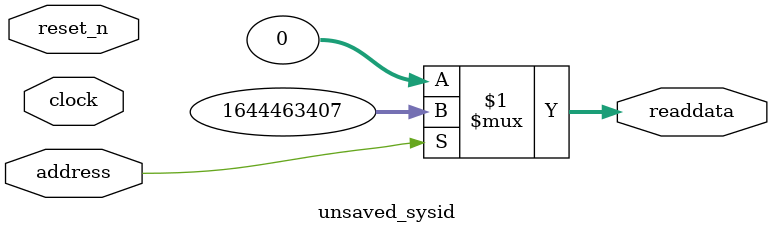
<source format=v>



// synthesis translate_off
`timescale 1ns / 1ps
// synthesis translate_on

// turn off superfluous verilog processor warnings 
// altera message_level Level1 
// altera message_off 10034 10035 10036 10037 10230 10240 10030 

module unsaved_sysid (
               // inputs:
                address,
                clock,
                reset_n,

               // outputs:
                readdata
             )
;

  output  [ 31: 0] readdata;
  input            address;
  input            clock;
  input            reset_n;

  wire    [ 31: 0] readdata;
  //control_slave, which is an e_avalon_slave
  assign readdata = address ? 1644463407 : 0;

endmodule



</source>
